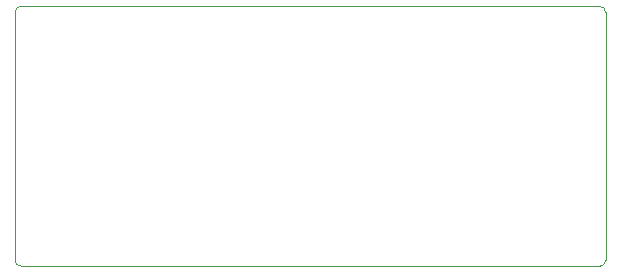
<source format=gbr>
%TF.GenerationSoftware,KiCad,Pcbnew,(6.0.6)*%
%TF.CreationDate,2022-07-30T22:38:46-07:00*%
%TF.ProjectId,ManySegDisplayController,4d616e79-5365-4674-9469-73706c617943,rev?*%
%TF.SameCoordinates,Original*%
%TF.FileFunction,Profile,NP*%
%FSLAX46Y46*%
G04 Gerber Fmt 4.6, Leading zero omitted, Abs format (unit mm)*
G04 Created by KiCad (PCBNEW (6.0.6)) date 2022-07-30 22:38:46*
%MOMM*%
%LPD*%
G01*
G04 APERTURE LIST*
%TA.AperFunction,Profile*%
%ADD10C,0.050000*%
%TD*%
G04 APERTURE END LIST*
D10*
X122750000Y-66250000D02*
X122750000Y-87250000D01*
X123250000Y-87750000D02*
X172250000Y-87750000D01*
X172750000Y-87250000D02*
X172750000Y-66250000D01*
X172250000Y-65750000D02*
X123250000Y-65750000D01*
X122750000Y-87250000D02*
G75*
G03*
X123250000Y-87750000I500000J0D01*
G01*
X172250000Y-87750000D02*
G75*
G03*
X172750000Y-87250000I0J500000D01*
G01*
X172750000Y-66250000D02*
G75*
G03*
X172250000Y-65750000I-500000J0D01*
G01*
X123250000Y-65750000D02*
G75*
G03*
X122750000Y-66250000I0J-500000D01*
G01*
M02*

</source>
